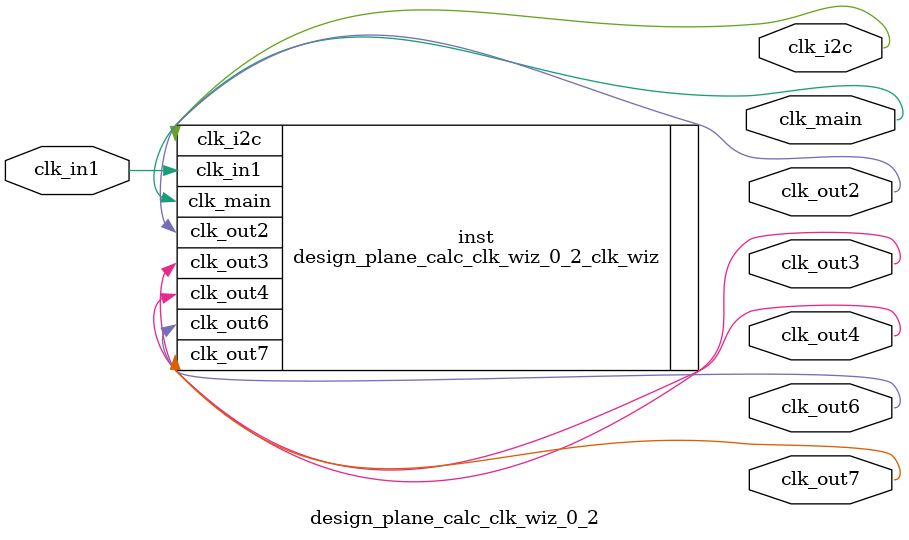
<source format=v>


`timescale 1ps/1ps

(* CORE_GENERATION_INFO = "design_plane_calc_clk_wiz_0_2,clk_wiz_v6_0_3_0_0,{component_name=design_plane_calc_clk_wiz_0_2,use_phase_alignment=true,use_min_o_jitter=false,use_max_i_jitter=false,use_dyn_phase_shift=false,use_inclk_switchover=false,use_dyn_reconfig=false,enable_axi=0,feedback_source=FDBK_AUTO,PRIMITIVE=MMCM,num_out_clk=7,clkin1_period=8.000,clkin2_period=10.000,use_power_down=false,use_reset=false,use_locked=false,use_inclk_stopped=false,feedback_type=SINGLE,CLOCK_MGR_TYPE=NA,manual_override=true}" *)

module design_plane_calc_clk_wiz_0_2 
 (
  // Clock out ports
  output        clk_main,
  output        clk_out2,
  output        clk_out3,
  output        clk_out4,
  output        clk_i2c,
  output        clk_out6,
  output        clk_out7,
 // Clock in ports
  input         clk_in1
 );

  design_plane_calc_clk_wiz_0_2_clk_wiz inst
  (
  // Clock out ports  
  .clk_main(clk_main),
  .clk_out2(clk_out2),
  .clk_out3(clk_out3),
  .clk_out4(clk_out4),
  .clk_i2c(clk_i2c),
  .clk_out6(clk_out6),
  .clk_out7(clk_out7),
 // Clock in ports
  .clk_in1(clk_in1)
  );

endmodule

</source>
